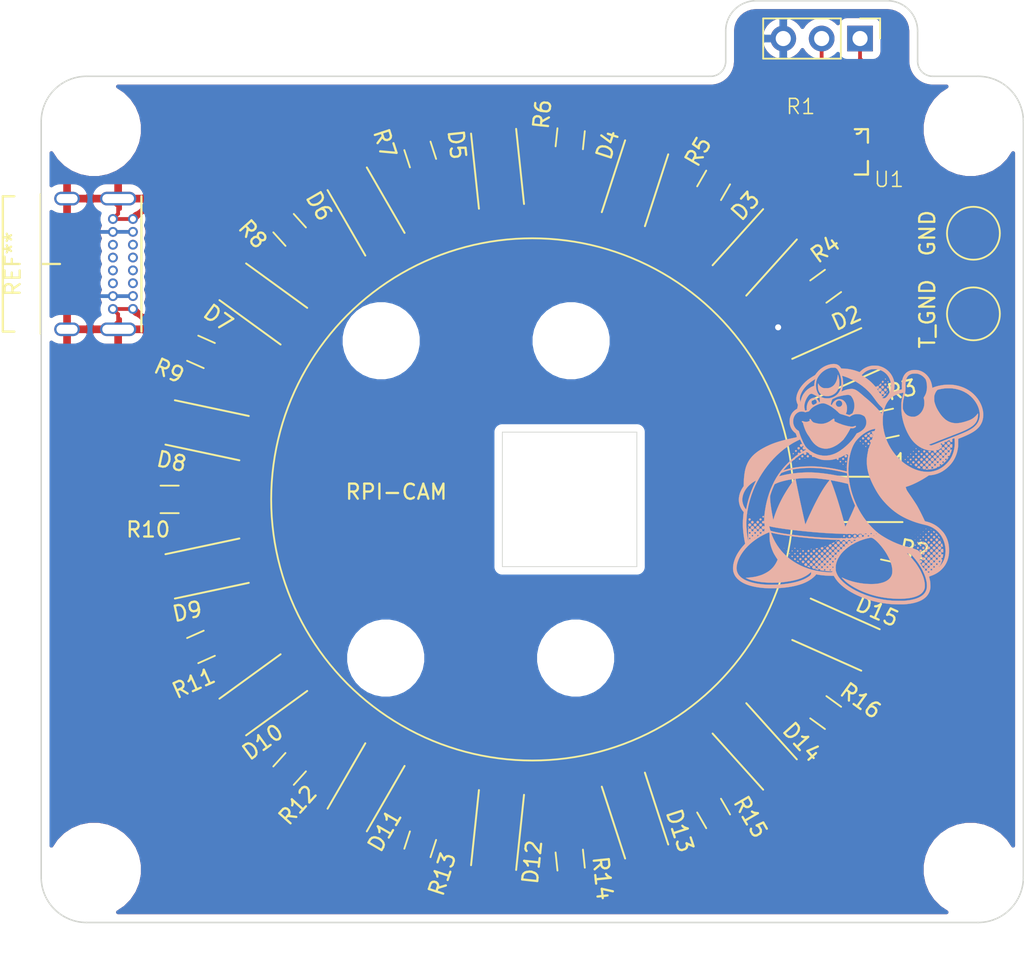
<source format=kicad_pcb>
(kicad_pcb (version 20171130) (host pcbnew "(5.1.5-0-10_14)")
  (title_block (title LightCap) (date 2021-03-23) (rev 0) (company Chadwick))
  (layers (0 F.Cu signal) (31 B.Cu signal) (34 B.Paste user) (35 F.Paste user) (36 B.SilkS user) (37 F.SilkS user) (38 B.Mask user) (39 F.Mask user) (44 Edge.Cuts user))
  (net 0 "")
  (net 1 "Net-(D1-PadC)")
  (net 2 Vin)
  (net 3 "Net-(D2-PadC)")
  (net 4 "Net-(D3-PadC)")
  (net 5 "Net-(D4-PadC)")
  (net 6 "Net-(D5-PadC)")
  (net 7 "Net-(D6-PadC)")
  (net 8 "Net-(D7-PadC)")
  (net 9 "Net-(D8-PadC)")
  (net 10 "Net-(D9-PadC)")
  (net 11 "Net-(D10-PadC)")
  (net 12 "Net-(D11-PadC)")
  (net 13 "Net-(D12-PadC)")
  (net 14 "Net-(D13-PadC)")
  (net 15 "Net-(D14-PadC)")
  (net 16 "Net-(D15-PadC)")
  (net 17 "Net-(R1-Pad2)")
  (net 18 switch)
  (net 19 "Net-(R10-Pad2)")
  (net 20 GND)
  (module GRAPHICS:DEDEDE-small (layer B.Cu) (at 84 57 180)
    (fp_text reference G*** hide)
    (fp_text value LOGO hide)
  )
  (module TestPoint:TestPoint_Pad_D3.0mm (layer F.Cu) (at 91.694 45.72 90)
    (fp_text reference T_GND (at 0 -3.048 90) (layer F.SilkS))
    (fp_text value TestPoint_Pad_D3.0mm hide)
    (pad 1 smd circle (at 0 0 90) (size 3 3) (layers F.Cu F.Mask) (net 19 "Net-(R10-Pad2)"))
  )
  (module TestPoint:TestPoint_Pad_D3.0mm (layer F.Cu) (at 91.694 40.386)
    (fp_text reference GND (at -3.048 0 90) (layer F.SilkS))
    (fp_text value TestPoint_Pad_D3.0mm hide)
    (pad 1 smd circle (at 0 0) (size 3 3) (layers F.Cu F.Mask) (net 20 GND))
  )
  (module BJT:SOT95P240X110-3N (layer F.Cu) (at 84 35)
    (fp_text reference U1 (at 2.106 1.83) (layer F.SilkS) (effects (font (thickness 0.1))))
    (fp_text value DSS20201L-7 hide)
    (pad 3 smd rect (at 1.016 0) (size 1.3208 0.5588) (layers F.Cu F.Paste F.Mask) (net 20 GND))
    (pad 2 smd rect (at -1.016 0.9652) (size 1.3208 0.5588) (layers F.Cu F.Paste F.Mask) (net 19 "Net-(R10-Pad2)"))
    (pad 1 smd rect (at -1.016 -0.9652) (size 1.3208 0.5588) (layers F.Cu F.Paste F.Mask) (net 17 "Net-(R1-Pad2)"))
  )
  (module BJT_R:RESC1608X55N (layer F.Cu) (at 83 32 180)
    (fp_text reference R1 (at 2.736 -0.004) (layer F.SilkS) (effects (font (thickness 0.1))))
    (fp_text value ERJ-3EKF3000V hide)
    (pad 2 smd rect (at 0.8 0 180) (size 0.87 0.98) (layers F.Cu F.Paste F.Mask) (net 17 "Net-(R1-Pad2)"))
    (pad 1 smd rect (at -0.8 0 180) (size 0.87 0.98) (layers F.Cu F.Paste F.Mask) (net 18 switch))
  )
  (module LED_SAMS:LED_SPMWHT541MP5WAPKS4 (layer F.Cu) (at 82.598 66.948206 156)
    (fp_text reference D15 (at -1.868525 2.508684 156) (layer F.SilkS))
    (fp_text value SPMWHT541ML5XATMS6)
    (fp_poly (pts (xy 1.25 -0.91) (xy 1.54 -1.2) (xy 2.26 -1.2) (xy 2.37 -1.1) (xy 2.9 -1.1) (xy 2.9 -0.3) (xy 2.26 -0.3) (xy 2.26 0.3) (xy 2.9 0.3) (xy 2.9 1.1) (xy 2.37 1.1) (xy 2.26 1.2) (xy 1.54 1.2) (xy 1.25 0.91)) (layer F.Cu) (width 0.01))
    (fp_poly (pts (xy 0.75 -0.91) (xy 0.46 -1.2) (xy -2.26 -1.2) (xy -2.37 -1.1) (xy -2.9 -1.1) (xy -2.9 -0.3) (xy -2.26 -0.3) (xy -2.26 0.3) (xy -2.9 0.3) (xy -2.9 1.1) (xy -2.37 1.1) (xy -2.26 1.2) (xy 0.46 1.2) (xy 0.75 0.91)) (layer F.Cu) (width 0.01))
    (fp_poly (pts (xy 1.25 -0.91) (xy 1.54 -1.2) (xy 2.26 -1.2) (xy 2.37 -1.1) (xy 2.9 -1.1) (xy 2.9 -0.3) (xy 2.26 -0.3) (xy 2.26 0.3) (xy 2.9 0.3) (xy 2.9 1.1) (xy 2.37 1.1) (xy 2.26 1.2) (xy 1.54 1.2) (xy 1.25 0.91)) (layer F.Cu) (width 0.001))
    (fp_poly (pts (xy 0.75 -0.91) (xy 0.46 -1.2) (xy -2.26 -1.2) (xy -2.37 -1.1) (xy -2.9 -1.1) (xy -2.9 -0.3) (xy -2.26 -0.3) (xy -2.26 0.3) (xy -2.9 0.3) (xy -2.9 1.1) (xy -2.37 1.1) (xy -2.26 1.2) (xy 0.46 1.2) (xy 0.75 0.91)) (layer F.Cu) (width 0.001))
    (pad C smd rect (at 0.3 0 156) (size 0.8 0.8) (layers F.Cu) (net 16 "Net-(D15-PadC)"))
    (pad A smd rect (at 1.7 0 156) (size 0.8 0.8) (layers F.Cu) (net 2 Vin))
  )
  (module LED_SAMS:LED_SPMWHT541MP5WAPKS4 (layer F.Cu) (at 77.220873 74.349186 132)
    (fp_text reference D14 (at -1.868525 2.508683 132) (layer F.SilkS))
    (fp_text value SPMWHT541ML5XATMS6)
    (fp_poly (pts (xy 1.25 -0.91) (xy 1.54 -1.2) (xy 2.26 -1.2) (xy 2.37 -1.1) (xy 2.9 -1.1) (xy 2.9 -0.3) (xy 2.26 -0.3) (xy 2.26 0.3) (xy 2.9 0.3) (xy 2.9 1.1) (xy 2.37 1.1) (xy 2.26 1.2) (xy 1.54 1.2) (xy 1.25 0.91)) (layer F.Cu) (width 0.01))
    (fp_poly (pts (xy 0.75 -0.91) (xy 0.46 -1.2) (xy -2.26 -1.2) (xy -2.37 -1.1) (xy -2.9 -1.1) (xy -2.9 -0.3) (xy -2.26 -0.3) (xy -2.26 0.3) (xy -2.9 0.3) (xy -2.9 1.1) (xy -2.37 1.1) (xy -2.26 1.2) (xy 0.46 1.2) (xy 0.75 0.91)) (layer F.Cu) (width 0.01))
    (fp_poly (pts (xy 1.25 -0.91) (xy 1.54 -1.2) (xy 2.26 -1.2) (xy 2.37 -1.1) (xy 2.9 -1.1) (xy 2.9 -0.3) (xy 2.26 -0.3) (xy 2.26 0.3) (xy 2.9 0.3) (xy 2.9 1.1) (xy 2.37 1.1) (xy 2.26 1.2) (xy 1.54 1.2) (xy 1.25 0.91)) (layer F.Cu) (width 0.001))
    (fp_poly (pts (xy 0.75 -0.91) (xy 0.46 -1.2) (xy -2.26 -1.2) (xy -2.37 -1.1) (xy -2.9 -1.1) (xy -2.9 -0.3) (xy -2.26 -0.3) (xy -2.26 0.3) (xy -2.9 0.3) (xy -2.9 1.1) (xy -2.37 1.1) (xy -2.26 1.2) (xy 0.46 1.2) (xy 0.75 0.91)) (layer F.Cu) (width 0.001))
    (pad C smd rect (at 0.3 0 132) (size 0.8 0.8) (layers F.Cu) (net 15 "Net-(D14-PadC)"))
    (pad A smd rect (at 1.7 0 132) (size 0.8 0.8) (layers F.Cu) (net 2 Vin))
  )
  (module LED_SAMS:LED_SPMWHT541MP5WAPKS4 (layer F.Cu) (at 69.298373 78.923243 108)
    (fp_text reference D13 (at -1.868525 2.508684 108) (layer F.SilkS))
    (fp_text value SPMWHT541ML5XATMS6)
    (fp_poly (pts (xy 1.25 -0.91) (xy 1.54 -1.2) (xy 2.26 -1.2) (xy 2.37 -1.1) (xy 2.9 -1.1) (xy 2.9 -0.3) (xy 2.26 -0.3) (xy 2.26 0.3) (xy 2.9 0.3) (xy 2.9 1.1) (xy 2.37 1.1) (xy 2.26 1.2) (xy 1.54 1.2) (xy 1.25 0.91)) (layer F.Cu) (width 0.01))
    (fp_poly (pts (xy 0.75 -0.91) (xy 0.46 -1.2) (xy -2.26 -1.2) (xy -2.37 -1.1) (xy -2.9 -1.1) (xy -2.9 -0.3) (xy -2.26 -0.3) (xy -2.26 0.3) (xy -2.9 0.3) (xy -2.9 1.1) (xy -2.37 1.1) (xy -2.26 1.2) (xy 0.46 1.2) (xy 0.75 0.91)) (layer F.Cu) (width 0.01))
    (fp_poly (pts (xy 1.25 -0.91) (xy 1.54 -1.2) (xy 2.26 -1.2) (xy 2.37 -1.1) (xy 2.9 -1.1) (xy 2.9 -0.3) (xy 2.26 -0.3) (xy 2.26 0.3) (xy 2.9 0.3) (xy 2.9 1.1) (xy 2.37 1.1) (xy 2.26 1.2) (xy 1.54 1.2) (xy 1.25 0.91)) (layer F.Cu) (width 0.001))
    (fp_poly (pts (xy 0.75 -0.91) (xy 0.46 -1.2) (xy -2.26 -1.2) (xy -2.37 -1.1) (xy -2.9 -1.1) (xy -2.9 -0.3) (xy -2.26 -0.3) (xy -2.26 0.3) (xy -2.9 0.3) (xy -2.9 1.1) (xy -2.37 1.1) (xy -2.26 1.2) (xy 0.46 1.2) (xy 0.75 0.91)) (layer F.Cu) (width 0.001))
    (pad C smd rect (at 0.3 0 108) (size 0.8 0.8) (layers F.Cu) (net 14 "Net-(D13-PadC)"))
    (pad A smd rect (at 1.7 0 108) (size 0.8 0.8) (layers F.Cu) (net 2 Vin))
  )
  (module LED_SAMS:LED_SPMWHT541MP5WAPKS4 (layer F.Cu) (at 60.200374 79.879481 84)
    (fp_text reference D12 (at -1.868526 2.508683 84) (layer F.SilkS))
    (fp_text value SPMWHT541ML5XATMS6)
    (fp_poly (pts (xy 1.25 -0.91) (xy 1.54 -1.2) (xy 2.26 -1.2) (xy 2.37 -1.1) (xy 2.9 -1.1) (xy 2.9 -0.3) (xy 2.26 -0.3) (xy 2.26 0.3) (xy 2.9 0.3) (xy 2.9 1.1) (xy 2.37 1.1) (xy 2.26 1.2) (xy 1.54 1.2) (xy 1.25 0.91)) (layer F.Cu) (width 0.01))
    (fp_poly (pts (xy 0.75 -0.91) (xy 0.46 -1.2) (xy -2.26 -1.2) (xy -2.37 -1.1) (xy -2.9 -1.1) (xy -2.9 -0.3) (xy -2.26 -0.3) (xy -2.26 0.3) (xy -2.9 0.3) (xy -2.9 1.1) (xy -2.37 1.1) (xy -2.26 1.2) (xy 0.46 1.2) (xy 0.75 0.91)) (layer F.Cu) (width 0.01))
    (fp_poly (pts (xy 1.25 -0.91) (xy 1.54 -1.2) (xy 2.26 -1.2) (xy 2.37 -1.1) (xy 2.9 -1.1) (xy 2.9 -0.3) (xy 2.26 -0.3) (xy 2.26 0.3) (xy 2.9 0.3) (xy 2.9 1.1) (xy 2.37 1.1) (xy 2.26 1.2) (xy 1.54 1.2) (xy 1.25 0.91)) (layer F.Cu) (width 0.001))
    (fp_poly (pts (xy 0.75 -0.91) (xy 0.46 -1.2) (xy -2.26 -1.2) (xy -2.37 -1.1) (xy -2.9 -1.1) (xy -2.9 -0.3) (xy -2.26 -0.3) (xy -2.26 0.3) (xy -2.9 0.3) (xy -2.9 1.1) (xy -2.37 1.1) (xy -2.26 1.2) (xy 0.46 1.2) (xy 0.75 0.91)) (layer F.Cu) (width 0.001))
    (pad C smd rect (at 0.3 0 84) (size 0.8 0.8) (layers F.Cu) (net 13 "Net-(D12-PadC)"))
    (pad A smd rect (at 1.7 0 84) (size 0.8 0.8) (layers F.Cu) (net 2 Vin))
  )
  (module LED_SAMS:LED_SPMWHT541MP5WAPKS4 (layer F.Cu) (at 51.5 77.052558 60)
    (fp_text reference D11 (at -1.868525 2.508683 60) (layer F.SilkS))
    (fp_text value SPMWHT541ML5XATMS6)
    (fp_poly (pts (xy 1.25 -0.91) (xy 1.54 -1.2) (xy 2.26 -1.2) (xy 2.37 -1.1) (xy 2.9 -1.1) (xy 2.9 -0.3) (xy 2.26 -0.3) (xy 2.26 0.3) (xy 2.9 0.3) (xy 2.9 1.1) (xy 2.37 1.1) (xy 2.26 1.2) (xy 1.54 1.2) (xy 1.25 0.91)) (layer F.Cu) (width 0.01))
    (fp_poly (pts (xy 0.75 -0.91) (xy 0.46 -1.2) (xy -2.26 -1.2) (xy -2.37 -1.1) (xy -2.9 -1.1) (xy -2.9 -0.3) (xy -2.26 -0.3) (xy -2.26 0.3) (xy -2.9 0.3) (xy -2.9 1.1) (xy -2.37 1.1) (xy -2.26 1.2) (xy 0.46 1.2) (xy 0.75 0.91)) (layer F.Cu) (width 0.01))
    (fp_poly (pts (xy 1.25 -0.91) (xy 1.54 -1.2) (xy 2.26 -1.2) (xy 2.37 -1.1) (xy 2.9 -1.1) (xy 2.9 -0.3) (xy 2.26 -0.3) (xy 2.26 0.3) (xy 2.9 0.3) (xy 2.9 1.1) (xy 2.37 1.1) (xy 2.26 1.2) (xy 1.54 1.2) (xy 1.25 0.91)) (layer F.Cu) (width 0.001))
    (fp_poly (pts (xy 0.75 -0.91) (xy 0.46 -1.2) (xy -2.26 -1.2) (xy -2.37 -1.1) (xy -2.9 -1.1) (xy -2.9 -0.3) (xy -2.26 -0.3) (xy -2.26 0.3) (xy -2.9 0.3) (xy -2.9 1.1) (xy -2.37 1.1) (xy -2.26 1.2) (xy 0.46 1.2) (xy 0.75 0.91)) (layer F.Cu) (width 0.001))
    (pad C smd rect (at 0.3 0 60) (size 0.8 0.8) (layers F.Cu) (net 12 "Net-(D11-PadC)"))
    (pad A smd rect (at 1.7 0 60) (size 0.8 0.8) (layers F.Cu) (net 2 Vin))
  )
  (module LED_SAMS:LED_SPMWHT541MP5WAPKS4 (layer F.Cu) (at 44.701627 70.931275 36)
    (fp_text reference D10 (at -1.868526 2.508683 36) (layer F.SilkS))
    (fp_text value SPMWHT541ML5XATMS6)
    (fp_poly (pts (xy 1.25 -0.91) (xy 1.54 -1.2) (xy 2.26 -1.2) (xy 2.37 -1.1) (xy 2.9 -1.1) (xy 2.9 -0.3) (xy 2.26 -0.3) (xy 2.26 0.3) (xy 2.9 0.3) (xy 2.9 1.1) (xy 2.37 1.1) (xy 2.26 1.2) (xy 1.54 1.2) (xy 1.25 0.91)) (layer F.Cu) (width 0.01))
    (fp_poly (pts (xy 0.75 -0.91) (xy 0.46 -1.2) (xy -2.26 -1.2) (xy -2.37 -1.1) (xy -2.9 -1.1) (xy -2.9 -0.3) (xy -2.26 -0.3) (xy -2.26 0.3) (xy -2.9 0.3) (xy -2.9 1.1) (xy -2.37 1.1) (xy -2.26 1.2) (xy 0.46 1.2) (xy 0.75 0.91)) (layer F.Cu) (width 0.01))
    (fp_poly (pts (xy 1.25 -0.91) (xy 1.54 -1.2) (xy 2.26 -1.2) (xy 2.37 -1.1) (xy 2.9 -1.1) (xy 2.9 -0.3) (xy 2.26 -0.3) (xy 2.26 0.3) (xy 2.9 0.3) (xy 2.9 1.1) (xy 2.37 1.1) (xy 2.26 1.2) (xy 1.54 1.2) (xy 1.25 0.91)) (layer F.Cu) (width 0.001))
    (fp_poly (pts (xy 0.75 -0.91) (xy 0.46 -1.2) (xy -2.26 -1.2) (xy -2.37 -1.1) (xy -2.9 -1.1) (xy -2.9 -0.3) (xy -2.26 -0.3) (xy -2.26 0.3) (xy -2.9 0.3) (xy -2.9 1.1) (xy -2.37 1.1) (xy -2.26 1.2) (xy 0.46 1.2) (xy 0.75 0.91)) (layer F.Cu) (width 0.001))
    (pad C smd rect (at 0.3 0 36) (size 0.8 0.8) (layers F.Cu) (net 11 "Net-(D10-PadC)"))
    (pad A smd rect (at 1.7 0 36) (size 0.8 0.8) (layers F.Cu) (net 2 Vin))
  )
  (module LED_SAMS:LED_SPMWHT541MP5WAPKS4 (layer F.Cu) (at 40.980753 62.574057 12)
    (fp_text reference D9 (at -1.868525 2.508683 12) (layer F.SilkS))
    (fp_text value SPMWHT541ML5XATMS6)
    (fp_poly (pts (xy 1.25 -0.91) (xy 1.54 -1.2) (xy 2.26 -1.2) (xy 2.37 -1.1) (xy 2.9 -1.1) (xy 2.9 -0.3) (xy 2.26 -0.3) (xy 2.26 0.3) (xy 2.9 0.3) (xy 2.9 1.1) (xy 2.37 1.1) (xy 2.26 1.2) (xy 1.54 1.2) (xy 1.25 0.91)) (layer F.Cu) (width 0.01))
    (fp_poly (pts (xy 0.75 -0.91) (xy 0.46 -1.2) (xy -2.26 -1.2) (xy -2.37 -1.1) (xy -2.9 -1.1) (xy -2.9 -0.3) (xy -2.26 -0.3) (xy -2.26 0.3) (xy -2.9 0.3) (xy -2.9 1.1) (xy -2.37 1.1) (xy -2.26 1.2) (xy 0.46 1.2) (xy 0.75 0.91)) (layer F.Cu) (width 0.01))
    (fp_poly (pts (xy 1.25 -0.91) (xy 1.54 -1.2) (xy 2.26 -1.2) (xy 2.37 -1.1) (xy 2.9 -1.1) (xy 2.9 -0.3) (xy 2.26 -0.3) (xy 2.26 0.3) (xy 2.9 0.3) (xy 2.9 1.1) (xy 2.37 1.1) (xy 2.26 1.2) (xy 1.54 1.2) (xy 1.25 0.91)) (layer F.Cu) (width 0.001))
    (fp_poly (pts (xy 0.75 -0.91) (xy 0.46 -1.2) (xy -2.26 -1.2) (xy -2.37 -1.1) (xy -2.9 -1.1) (xy -2.9 -0.3) (xy -2.26 -0.3) (xy -2.26 0.3) (xy -2.9 0.3) (xy -2.9 1.1) (xy -2.37 1.1) (xy -2.26 1.2) (xy 0.46 1.2) (xy 0.75 0.91)) (layer F.Cu) (width 0.001))
    (pad C smd rect (at 0.3 0 12) (size 0.8 0.8) (layers F.Cu) (net 10 "Net-(D9-PadC)"))
    (pad A smd rect (at 1.7 0 12) (size 0.8 0.8) (layers F.Cu) (net 2 Vin))
  )
  (module LED_SAMS:LED_SPMWHT541MP5WAPKS4 (layer F.Cu) (at 40.980753 53.425943 348)
    (fp_text reference D8 (at -1.868525 2.508683 168) (layer F.SilkS))
    (fp_text value SPMWHT541ML5XATMS6)
    (fp_poly (pts (xy 1.25 -0.91) (xy 1.54 -1.2) (xy 2.26 -1.2) (xy 2.37 -1.1) (xy 2.9 -1.1) (xy 2.9 -0.3) (xy 2.26 -0.3) (xy 2.26 0.3) (xy 2.9 0.3) (xy 2.9 1.1) (xy 2.37 1.1) (xy 2.26 1.2) (xy 1.54 1.2) (xy 1.25 0.91)) (layer F.Cu) (width 0.01))
    (fp_poly (pts (xy 0.75 -0.91) (xy 0.46 -1.2) (xy -2.26 -1.2) (xy -2.37 -1.1) (xy -2.9 -1.1) (xy -2.9 -0.3) (xy -2.26 -0.3) (xy -2.26 0.3) (xy -2.9 0.3) (xy -2.9 1.1) (xy -2.37 1.1) (xy -2.26 1.2) (xy 0.46 1.2) (xy 0.75 0.91)) (layer F.Cu) (width 0.01))
    (fp_poly (pts (xy 1.25 -0.91) (xy 1.54 -1.2) (xy 2.26 -1.2) (xy 2.37 -1.1) (xy 2.9 -1.1) (xy 2.9 -0.3) (xy 2.26 -0.3) (xy 2.26 0.3) (xy 2.9 0.3) (xy 2.9 1.1) (xy 2.37 1.1) (xy 2.26 1.2) (xy 1.54 1.2) (xy 1.25 0.91)) (layer F.Cu) (width 0.001))
    (fp_poly (pts (xy 0.75 -0.91) (xy 0.46 -1.2) (xy -2.26 -1.2) (xy -2.37 -1.1) (xy -2.9 -1.1) (xy -2.9 -0.3) (xy -2.26 -0.3) (xy -2.26 0.3) (xy -2.9 0.3) (xy -2.9 1.1) (xy -2.37 1.1) (xy -2.26 1.2) (xy 0.46 1.2) (xy 0.75 0.91)) (layer F.Cu) (width 0.001))
    (pad C smd rect (at 0.3 0 348) (size 0.8 0.8) (layers F.Cu) (net 9 "Net-(D8-PadC)"))
    (pad A smd rect (at 1.7 0 348) (size 0.8 0.8) (layers F.Cu) (net 2 Vin))
  )
  (module LED_SAMS:LED_SPMWHT541MP5WAPKS4 (layer F.Cu) (at 44.701627 45.068725 324)
    (fp_text reference D7 (at -1.868525 2.508684 144) (layer F.SilkS))
    (fp_text value SPMWHT541ML5XATMS6)
    (fp_poly (pts (xy 1.25 -0.91) (xy 1.54 -1.2) (xy 2.26 -1.2) (xy 2.37 -1.1) (xy 2.9 -1.1) (xy 2.9 -0.3) (xy 2.26 -0.3) (xy 2.26 0.3) (xy 2.9 0.3) (xy 2.9 1.1) (xy 2.37 1.1) (xy 2.26 1.2) (xy 1.54 1.2) (xy 1.25 0.91)) (layer F.Cu) (width 0.01))
    (fp_poly (pts (xy 0.75 -0.91) (xy 0.46 -1.2) (xy -2.26 -1.2) (xy -2.37 -1.1) (xy -2.9 -1.1) (xy -2.9 -0.3) (xy -2.26 -0.3) (xy -2.26 0.3) (xy -2.9 0.3) (xy -2.9 1.1) (xy -2.37 1.1) (xy -2.26 1.2) (xy 0.46 1.2) (xy 0.75 0.91)) (layer F.Cu) (width 0.01))
    (fp_poly (pts (xy 1.25 -0.91) (xy 1.54 -1.2) (xy 2.26 -1.2) (xy 2.37 -1.1) (xy 2.9 -1.1) (xy 2.9 -0.3) (xy 2.26 -0.3) (xy 2.26 0.3) (xy 2.9 0.3) (xy 2.9 1.1) (xy 2.37 1.1) (xy 2.26 1.2) (xy 1.54 1.2) (xy 1.25 0.91)) (layer F.Cu) (width 0.001))
    (fp_poly (pts (xy 0.75 -0.91) (xy 0.46 -1.2) (xy -2.26 -1.2) (xy -2.37 -1.1) (xy -2.9 -1.1) (xy -2.9 -0.3) (xy -2.26 -0.3) (xy -2.26 0.3) (xy -2.9 0.3) (xy -2.9 1.1) (xy -2.37 1.1) (xy -2.26 1.2) (xy 0.46 1.2) (xy 0.75 0.91)) (layer F.Cu) (width 0.001))
    (pad C smd rect (at 0.3 0 324) (size 0.8 0.8) (layers F.Cu) (net 8 "Net-(D7-PadC)"))
    (pad A smd rect (at 1.7 0 324) (size 0.8 0.8) (layers F.Cu) (net 2 Vin))
  )
  (module LED_SAMS:LED_SPMWHT541MP5WAPKS4 (layer F.Cu) (at 51.500001 38.947442 300)
    (fp_text reference D6 (at -1.868526 2.508684 120) (layer F.SilkS))
    (fp_text value SPMWHT541ML5XATMS6)
    (fp_poly (pts (xy 1.25 -0.91) (xy 1.54 -1.2) (xy 2.26 -1.2) (xy 2.37 -1.1) (xy 2.9 -1.1) (xy 2.9 -0.3) (xy 2.26 -0.3) (xy 2.26 0.3) (xy 2.9 0.3) (xy 2.9 1.1) (xy 2.37 1.1) (xy 2.26 1.2) (xy 1.54 1.2) (xy 1.25 0.91)) (layer F.Cu) (width 0.01))
    (fp_poly (pts (xy 0.75 -0.91) (xy 0.46 -1.2) (xy -2.26 -1.2) (xy -2.37 -1.1) (xy -2.9 -1.1) (xy -2.9 -0.3) (xy -2.26 -0.3) (xy -2.26 0.3) (xy -2.9 0.3) (xy -2.9 1.1) (xy -2.37 1.1) (xy -2.26 1.2) (xy 0.46 1.2) (xy 0.75 0.91)) (layer F.Cu) (width 0.01))
    (fp_poly (pts (xy 1.25 -0.91) (xy 1.54 -1.2) (xy 2.26 -1.2) (xy 2.37 -1.1) (xy 2.9 -1.1) (xy 2.9 -0.3) (xy 2.26 -0.3) (xy 2.26 0.3) (xy 2.9 0.3) (xy 2.9 1.1) (xy 2.37 1.1) (xy 2.26 1.2) (xy 1.54 1.2) (xy 1.25 0.91)) (layer F.Cu) (width 0.001))
    (fp_poly (pts (xy 0.75 -0.91) (xy 0.46 -1.2) (xy -2.26 -1.2) (xy -2.37 -1.1) (xy -2.9 -1.1) (xy -2.9 -0.3) (xy -2.26 -0.3) (xy -2.26 0.3) (xy -2.9 0.3) (xy -2.9 1.1) (xy -2.37 1.1) (xy -2.26 1.2) (xy 0.46 1.2) (xy 0.75 0.91)) (layer F.Cu) (width 0.001))
    (pad C smd rect (at 0.3 0 300) (size 0.8 0.8) (layers F.Cu) (net 7 "Net-(D6-PadC)"))
    (pad A smd rect (at 1.7 0 300) (size 0.8 0.8) (layers F.Cu) (net 2 Vin))
  )
  (module LED_SAMS:LED_SPMWHT541MP5WAPKS4 (layer F.Cu) (at 60.200374 36.120519 276)
    (fp_text reference D5 (at -1.868526 2.508683 96) (layer F.SilkS))
    (fp_text value SPMWHT541ML5XATMS6)
    (fp_poly (pts (xy 1.25 -0.91) (xy 1.54 -1.2) (xy 2.26 -1.2) (xy 2.37 -1.1) (xy 2.9 -1.1) (xy 2.9 -0.3) (xy 2.26 -0.3) (xy 2.26 0.3) (xy 2.9 0.3) (xy 2.9 1.1) (xy 2.37 1.1) (xy 2.26 1.2) (xy 1.54 1.2) (xy 1.25 0.91)) (layer F.Cu) (width 0.01))
    (fp_poly (pts (xy 0.75 -0.91) (xy 0.46 -1.2) (xy -2.26 -1.2) (xy -2.37 -1.1) (xy -2.9 -1.1) (xy -2.9 -0.3) (xy -2.26 -0.3) (xy -2.26 0.3) (xy -2.9 0.3) (xy -2.9 1.1) (xy -2.37 1.1) (xy -2.26 1.2) (xy 0.46 1.2) (xy 0.75 0.91)) (layer F.Cu) (width 0.01))
    (fp_poly (pts (xy 1.25 -0.91) (xy 1.54 -1.2) (xy 2.26 -1.2) (xy 2.37 -1.1) (xy 2.9 -1.1) (xy 2.9 -0.3) (xy 2.26 -0.3) (xy 2.26 0.3) (xy 2.9 0.3) (xy 2.9 1.1) (xy 2.37 1.1) (xy 2.26 1.2) (xy 1.54 1.2) (xy 1.25 0.91)) (layer F.Cu) (width 0.001))
    (fp_poly (pts (xy 0.75 -0.91) (xy 0.46 -1.2) (xy -2.26 -1.2) (xy -2.37 -1.1) (xy -2.9 -1.1) (xy -2.9 -0.3) (xy -2.26 -0.3) (xy -2.26 0.3) (xy -2.9 0.3) (xy -2.9 1.1) (xy -2.37 1.1) (xy -2.26 1.2) (xy 0.46 1.2) (xy 0.75 0.91)) (layer F.Cu) (width 0.001))
    (pad C smd rect (at 0.3 0 276) (size 0.8 0.8) (layers F.Cu) (net 6 "Net-(D5-PadC)"))
    (pad A smd rect (at 1.7 0 276) (size 0.8 0.8) (layers F.Cu) (net 2 Vin))
  )
  (module LED_SAMS:LED_SPMWHT541MP5WAPKS4 (layer F.Cu) (at 69.298373 37.076757 252)
    (fp_text reference D4 (at -1.868526 2.508683 72) (layer F.SilkS))
    (fp_text value SPMWHT541ML5XATMS6)
    (fp_poly (pts (xy 1.25 -0.91) (xy 1.54 -1.2) (xy 2.26 -1.2) (xy 2.37 -1.1) (xy 2.9 -1.1) (xy 2.9 -0.3) (xy 2.26 -0.3) (xy 2.26 0.3) (xy 2.9 0.3) (xy 2.9 1.1) (xy 2.37 1.1) (xy 2.26 1.2) (xy 1.54 1.2) (xy 1.25 0.91)) (layer F.Cu) (width 0.01))
    (fp_poly (pts (xy 0.75 -0.91) (xy 0.46 -1.2) (xy -2.26 -1.2) (xy -2.37 -1.1) (xy -2.9 -1.1) (xy -2.9 -0.3) (xy -2.26 -0.3) (xy -2.26 0.3) (xy -2.9 0.3) (xy -2.9 1.1) (xy -2.37 1.1) (xy -2.26 1.2) (xy 0.46 1.2) (xy 0.75 0.91)) (layer F.Cu) (width 0.01))
    (fp_poly (pts (xy 1.25 -0.91) (xy 1.54 -1.2) (xy 2.26 -1.2) (xy 2.37 -1.1) (xy 2.9 -1.1) (xy 2.9 -0.3) (xy 2.26 -0.3) (xy 2.26 0.3) (xy 2.9 0.3) (xy 2.9 1.1) (xy 2.37 1.1) (xy 2.26 1.2) (xy 1.54 1.2) (xy 1.25 0.91)) (layer F.Cu) (width 0.001))
    (fp_poly (pts (xy 0.75 -0.91) (xy 0.46 -1.2) (xy -2.26 -1.2) (xy -2.37 -1.1) (xy -2.9 -1.1) (xy -2.9 -0.3) (xy -2.26 -0.3) (xy -2.26 0.3) (xy -2.9 0.3) (xy -2.9 1.1) (xy -2.37 1.1) (xy -2.26 1.2) (xy 0.46 1.2) (xy 0.75 0.91)) (layer F.Cu) (width 0.001))
    (pad C smd rect (at 0.3 0 252) (size 0.8 0.8) (layers F.Cu) (net 5 "Net-(D4-PadC)"))
    (pad A smd rect (at 1.7 0 252) (size 0.8 0.8) (layers F.Cu) (net 2 Vin))
  )
  (module LED_SAMS:LED_SPMWHT541MP5WAPKS4 (layer F.Cu) (at 77.220873 41.650814 228)
    (fp_text reference D3 (at -1.868525 2.508682 48) (layer F.SilkS))
    (fp_text value SPMWHT541ML5XATMS6)
    (fp_poly (pts (xy 1.25 -0.91) (xy 1.54 -1.2) (xy 2.26 -1.2) (xy 2.37 -1.1) (xy 2.9 -1.1) (xy 2.9 -0.3) (xy 2.26 -0.3) (xy 2.26 0.3) (xy 2.9 0.3) (xy 2.9 1.1) (xy 2.37 1.1) (xy 2.26 1.2) (xy 1.54 1.2) (xy 1.25 0.91)) (layer F.Cu) (width 0.01))
    (fp_poly (pts (xy 0.75 -0.91) (xy 0.46 -1.2) (xy -2.26 -1.2) (xy -2.37 -1.1) (xy -2.9 -1.1) (xy -2.9 -0.3) (xy -2.26 -0.3) (xy -2.26 0.3) (xy -2.9 0.3) (xy -2.9 1.1) (xy -2.37 1.1) (xy -2.26 1.2) (xy 0.46 1.2) (xy 0.75 0.91)) (layer F.Cu) (width 0.01))
    (fp_poly (pts (xy 1.25 -0.91) (xy 1.54 -1.2) (xy 2.26 -1.2) (xy 2.37 -1.1) (xy 2.9 -1.1) (xy 2.9 -0.3) (xy 2.26 -0.3) (xy 2.26 0.3) (xy 2.9 0.3) (xy 2.9 1.1) (xy 2.37 1.1) (xy 2.26 1.2) (xy 1.54 1.2) (xy 1.25 0.91)) (layer F.Cu) (width 0.001))
    (fp_poly (pts (xy 0.75 -0.91) (xy 0.46 -1.2) (xy -2.26 -1.2) (xy -2.37 -1.1) (xy -2.9 -1.1) (xy -2.9 -0.3) (xy -2.26 -0.3) (xy -2.26 0.3) (xy -2.9 0.3) (xy -2.9 1.1) (xy -2.37 1.1) (xy -2.26 1.2) (xy 0.46 1.2) (xy 0.75 0.91)) (layer F.Cu) (width 0.001))
    (pad C smd rect (at 0.3 0 228) (size 0.8 0.8) (layers F.Cu) (net 4 "Net-(D3-PadC)"))
    (pad A smd rect (at 1.7 0 228) (size 0.8 0.8) (layers F.Cu) (net 2 Vin))
  )
  (module LED_SAMS:LED_SPMWHT541MP5WAPKS4 (layer F.Cu) (at 82.598 49.051794 204)
    (fp_text reference D2 (at -1.868525 2.508683 24) (layer F.SilkS))
    (fp_text value SPMWHT541ML5XATMS6)
    (fp_poly (pts (xy 1.25 -0.91) (xy 1.54 -1.2) (xy 2.26 -1.2) (xy 2.37 -1.1) (xy 2.9 -1.1) (xy 2.9 -0.3) (xy 2.26 -0.3) (xy 2.26 0.3) (xy 2.9 0.3) (xy 2.9 1.1) (xy 2.37 1.1) (xy 2.26 1.2) (xy 1.54 1.2) (xy 1.25 0.91)) (layer F.Cu) (width 0.01))
    (fp_poly (pts (xy 0.75 -0.91) (xy 0.46 -1.2) (xy -2.26 -1.2) (xy -2.37 -1.1) (xy -2.9 -1.1) (xy -2.9 -0.3) (xy -2.26 -0.3) (xy -2.26 0.3) (xy -2.9 0.3) (xy -2.9 1.1) (xy -2.37 1.1) (xy -2.26 1.2) (xy 0.46 1.2) (xy 0.75 0.91)) (layer F.Cu) (width 0.01))
    (fp_poly (pts (xy 1.25 -0.91) (xy 1.54 -1.2) (xy 2.26 -1.2) (xy 2.37 -1.1) (xy 2.9 -1.1) (xy 2.9 -0.3) (xy 2.26 -0.3) (xy 2.26 0.3) (xy 2.9 0.3) (xy 2.9 1.1) (xy 2.37 1.1) (xy 2.26 1.2) (xy 1.54 1.2) (xy 1.25 0.91)) (layer F.Cu) (width 0.001))
    (fp_poly (pts (xy 0.75 -0.91) (xy 0.46 -1.2) (xy -2.26 -1.2) (xy -2.37 -1.1) (xy -2.9 -1.1) (xy -2.9 -0.3) (xy -2.26 -0.3) (xy -2.26 0.3) (xy -2.9 0.3) (xy -2.9 1.1) (xy -2.37 1.1) (xy -2.26 1.2) (xy 0.46 1.2) (xy 0.75 0.91)) (layer F.Cu) (width 0.001))
    (pad C smd rect (at 0.3 0 204) (size 0.8 0.8) (layers F.Cu) (net 3 "Net-(D2-PadC)"))
    (pad A smd rect (at 1.7 0 204) (size 0.8 0.8) (layers F.Cu) (net 2 Vin))
  )
  (module LED_SAMS:LED_SPMWHT541MP5WAPKS4 (layer F.Cu) (at 84.5 58 180)
    (fp_text reference D1 (at -1.868525 2.508683 180) (layer F.SilkS))
    (fp_text value SPMWHT541ML5XATMS6)
    (fp_poly (pts (xy 1.25 -0.91) (xy 1.54 -1.2) (xy 2.26 -1.2) (xy 2.37 -1.1) (xy 2.9 -1.1) (xy 2.9 -0.3) (xy 2.26 -0.3) (xy 2.26 0.3) (xy 2.9 0.3) (xy 2.9 1.1) (xy 2.37 1.1) (xy 2.26 1.2) (xy 1.54 1.2) (xy 1.25 0.91)) (layer F.Cu) (width 0.01))
    (fp_poly (pts (xy 0.75 -0.91) (xy 0.46 -1.2) (xy -2.26 -1.2) (xy -2.37 -1.1) (xy -2.9 -1.1) (xy -2.9 -0.3) (xy -2.26 -0.3) (xy -2.26 0.3) (xy -2.9 0.3) (xy -2.9 1.1) (xy -2.37 1.1) (xy -2.26 1.2) (xy 0.46 1.2) (xy 0.75 0.91)) (layer F.Cu) (width 0.01))
    (fp_poly (pts (xy 1.25 -0.91) (xy 1.54 -1.2) (xy 2.26 -1.2) (xy 2.37 -1.1) (xy 2.9 -1.1) (xy 2.9 -0.3) (xy 2.26 -0.3) (xy 2.26 0.3) (xy 2.9 0.3) (xy 2.9 1.1) (xy 2.37 1.1) (xy 2.26 1.2) (xy 1.54 1.2) (xy 1.25 0.91)) (layer F.Cu) (width 0.001))
    (fp_poly (pts (xy 0.75 -0.91) (xy 0.46 -1.2) (xy -2.26 -1.2) (xy -2.37 -1.1) (xy -2.9 -1.1) (xy -2.9 -0.3) (xy -2.26 -0.3) (xy -2.26 0.3) (xy -2.9 0.3) (xy -2.9 1.1) (xy -2.37 1.1) (xy -2.26 1.2) (xy 0.46 1.2) (xy 0.75 0.91)) (layer F.Cu) (width 0.001))
    (pad C smd rect (at 0.3 0 180) (size 0.8 0.8) (layers F.Cu) (net 1 "Net-(D1-PadC)"))
    (pad A smd rect (at 1.7 0 180) (size 0.8 0.8) (layers F.Cu) (net 2 Vin))
  )
  (module USB_C.pretty:USB_C_GCT_USB4085 (layer F.Cu) (at 29.972 42.418 270)
    (fp_text reference REF** (at 0 1.85 90) (layer F.SilkS))
    (fp_text value USB_C_USB4085)
    (pad A5 thru_hole circle (at -1.275 -6.1 270) (size 0.65 0.65) (drill 0.4) (layers *.Cu *.Mask))
    (pad A1 thru_hole circle (at -2.975 -6.1 270) (size 0.65 0.65) (drill 0.4) (layers *.Cu *.Mask) (net 19 "Net-(R10-Pad2)"))
    (pad A4 thru_hole circle (at -2.125 -6.1 270) (size 0.65 0.65) (drill 0.4) (layers *.Cu *.Mask) (net 2 Vin))
    (pad A6 thru_hole circle (at -0.425 -6.1 270) (size 0.65 0.65) (drill 0.4) (layers *.Cu *.Mask))
    (pad A7 thru_hole circle (at 0.425 -6.1 270) (size 0.65 0.65) (drill 0.4) (layers *.Cu *.Mask))
    (pad A8 thru_hole circle (at 1.275 -6.1 270) (size 0.65 0.65) (drill 0.4) (layers *.Cu *.Mask))
    (pad A9 thru_hole circle (at 2.125 -6.1 270) (size 0.65 0.65) (drill 0.4) (layers *.Cu *.Mask) (net 2 Vin))
    (pad A12 thru_hole circle (at 2.975 -6.1 270) (size 0.65 0.65) (drill 0.4) (layers *.Cu *.Mask) (net 19 "Net-(R10-Pad2)"))
    (pad B12 thru_hole circle (at -2.975 -4.775 270) (size 0.65 0.65) (drill 0.4) (layers *.Cu *.Mask) (net 19 "Net-(R10-Pad2)"))
    (pad B9 thru_hole circle (at -2.12 -4.775 270) (size 0.65 0.65) (drill 0.4) (layers *.Cu *.Mask) (net 2 Vin))
    (pad B8 thru_hole circle (at -1.27 -4.775 270) (size 0.65 0.65) (drill 0.4) (layers *.Cu *.Mask))
    (pad B7 thru_hole circle (at -0.42 -4.775 270) (size 0.65 0.65) (drill 0.4) (layers *.Cu *.Mask))
    (pad B6 thru_hole circle (at 0.43 -4.775 270) (size 0.65 0.65) (drill 0.4) (layers *.Cu *.Mask))
    (pad B5 thru_hole circle (at 1.28 -4.775 270) (size 0.65 0.65) (drill 0.4) (layers *.Cu *.Mask))
    (pad B4 thru_hole circle (at 2.13 -4.775 270) (size 0.65 0.65) (drill 0.4) (layers *.Cu *.Mask) (net 2 Vin))
    (pad B1 thru_hole circle (at 2.98 -4.775 270) (size 0.65 0.65) (drill 0.4) (layers *.Cu *.Mask) (net 19 "Net-(R10-Pad2)"))
    (pad S1 thru_hole oval (at -4.325 -5.12 270) (size 0.9 2.4) (drill oval 0.6 2.1) (layers *.Cu *.Mask) (net 19 "Net-(R10-Pad2)"))
    (pad S1 thru_hole oval (at 4.325 -5.12 270) (size 0.9 2.4) (drill oval 0.6 2.1) (layers *.Cu *.Mask) (net 19 "Net-(R10-Pad2)"))
    (pad S1 thru_hole oval (at -4.325 -1.74 270) (size 0.9 1.7) (drill oval 0.6 1.4) (layers *.Cu *.Mask) (net 19 "Net-(R10-Pad2)"))
    (pad S1 thru_hole oval (at 4.325 -1.74 270) (size 0.9 1.7) (drill oval 0.6 1.4) (layers *.Cu *.Mask) (net 19 "Net-(R10-Pad2)"))
  )
  (module Resistor_SMD:R_1206_3216Metric (layer F.Cu) (at 81.916407 72.106846 324)
    (fp_text reference R16 (at 1.421392 -2.000708 324) (layer F.SilkS))
    (fp_text value ERJ-PA2F36R0X)
    (pad 2 smd roundrect (at 1.4 0 324) (size 1.25 1.75) (layers F.Cu F.Paste F.Mask) (roundrect_rratio 0.2) (net 19 "Net-(R10-Pad2)"))
    (pad 1 smd roundrect (at -1.4 0 324) (size 1.25 1.75) (layers F.Cu F.Paste F.Mask) (roundrect_rratio 0.2) (net 16 "Net-(D15-PadC)"))
  )
  (module Resistor_SMD:R_1206_3216Metric (layer F.Cu) (at 74.5 78.784609 300)
    (fp_text reference R15 (at 1.421392 -2.000707 300) (layer F.SilkS))
    (fp_text value ERJ-PA2F36R0X)
    (pad 2 smd roundrect (at 1.4 0 300) (size 1.25 1.75) (layers F.Cu F.Paste F.Mask) (roundrect_rratio 0.2) (net 19 "Net-(R10-Pad2)"))
    (pad 1 smd roundrect (at -1.4 0 300) (size 1.25 1.75) (layers F.Cu F.Paste F.Mask) (roundrect_rratio 0.2) (net 15 "Net-(D14-PadC)"))
  )
  (module Resistor_SMD:R_1206_3216Metric (layer F.Cu) (at 65.008683 81.868525 276)
    (fp_text reference R14 (at 1.421392 -2.000706 276) (layer F.SilkS))
    (fp_text value ERJ-PA2F36R0X)
    (pad 2 smd roundrect (at 1.4 0 276) (size 1.25 1.75) (layers F.Cu F.Paste F.Mask) (roundrect_rratio 0.2) (net 19 "Net-(R10-Pad2)"))
    (pad 1 smd roundrect (at -1.4 0 276) (size 1.25 1.75) (layers F.Cu F.Paste F.Mask) (roundrect_rratio 0.2) (net 14 "Net-(D13-PadC)"))
  )
  (module Resistor_SMD:R_1206_3216Metric (layer F.Cu) (at 55.083593 80.825356 252)
    (fp_text reference R13 (at 1.421391 -2.000707 252) (layer F.SilkS))
    (fp_text value ERJ-PA2F36R0X)
    (pad 2 smd roundrect (at 1.4 0 252) (size 1.25 1.75) (layers F.Cu F.Paste F.Mask) (roundrect_rratio 0.2) (net 19 "Net-(R10-Pad2)"))
    (pad 1 smd roundrect (at -1.4 0 252) (size 1.25 1.75) (layers F.Cu F.Paste F.Mask) (roundrect_rratio 0.2) (net 13 "Net-(D12-PadC)"))
  )
  (module Resistor_SMD:R_1206_3216Metric (layer F.Cu) (at 46.440866 75.835475 228)
    (fp_text reference R12 (at 1.421393 -2.000707 228) (layer F.SilkS))
    (fp_text value ERJ-PA2F36R0X)
    (pad 2 smd roundrect (at 1.4 0 228) (size 1.25 1.75) (layers F.Cu F.Paste F.Mask) (roundrect_rratio 0.2) (net 19 "Net-(R10-Pad2)"))
    (pad 1 smd roundrect (at -1.4 0 228) (size 1.25 1.75) (layers F.Cu F.Paste F.Mask) (roundrect_rratio 0.2) (net 12 "Net-(D11-PadC)"))
  )
  (module Resistor_SMD:R_1206_3216Metric (layer F.Cu) (at 40.57491 67.761679 204)
    (fp_text reference R11 (at 1.421393 -2.000707 204) (layer F.SilkS))
    (fp_text value ERJ-PA2F36R0X)
    (pad 2 smd roundrect (at 1.4 0 204) (size 1.25 1.75) (layers F.Cu F.Paste F.Mask) (roundrect_rratio 0.2) (net 19 "Net-(R10-Pad2)"))
    (pad 1 smd roundrect (at -1.4 0 204) (size 1.25 1.75) (layers F.Cu F.Paste F.Mask) (roundrect_rratio 0.2) (net 11 "Net-(D10-PadC)"))
  )
  (module Resistor_SMD:R_1206_3216Metric (layer F.Cu) (at 38.5 58 180)
    (fp_text reference R10 (at 1.421392 -2.000706 180) (layer F.SilkS))
    (fp_text value ERJ-PA2F36R0X)
    (pad 2 smd roundrect (at 1.4 0 180) (size 1.25 1.75) (layers F.Cu F.Paste F.Mask) (roundrect_rratio 0.2) (net 19 "Net-(R10-Pad2)"))
    (pad 1 smd roundrect (at -1.4 0 180) (size 1.25 1.75) (layers F.Cu F.Paste F.Mask) (roundrect_rratio 0.2) (net 10 "Net-(D9-PadC)"))
  )
  (module Resistor_SMD:R_1206_3216Metric (layer F.Cu) (at 40.57491 48.238321 156)
    (fp_text reference R9 (at 1.421393 -2.000708 336) (layer F.SilkS))
    (fp_text value ERJ-PA2F36R0X)
    (pad 2 smd roundrect (at 1.4 0 156) (size 1.25 1.75) (layers F.Cu F.Paste F.Mask) (roundrect_rratio 0.2) (net 19 "Net-(R10-Pad2)"))
    (pad 1 smd roundrect (at -1.4 0 156) (size 1.25 1.75) (layers F.Cu F.Paste F.Mask) (roundrect_rratio 0.2) (net 9 "Net-(D8-PadC)"))
  )
  (module Resistor_SMD:R_1206_3216Metric (layer F.Cu) (at 46.440866 40.164525 132)
    (fp_text reference R8 (at 1.421392 -2.000707 312) (layer F.SilkS))
    (fp_text value ERJ-PA2F36R0X)
    (pad 2 smd roundrect (at 1.4 0 132) (size 1.25 1.75) (layers F.Cu F.Paste F.Mask) (roundrect_rratio 0.2) (net 19 "Net-(R10-Pad2)"))
    (pad 1 smd roundrect (at -1.4 0 132) (size 1.25 1.75) (layers F.Cu F.Paste F.Mask) (roundrect_rratio 0.2) (net 8 "Net-(D7-PadC)"))
  )
  (module Resistor_SMD:R_1206_3216Metric (layer F.Cu) (at 55.083593 35.174644 108)
    (fp_text reference R7 (at 1.421392 -2.000707 288) (layer F.SilkS))
    (fp_text value ERJ-PA2F36R0X)
    (pad 2 smd roundrect (at 1.4 0 108) (size 1.25 1.75) (layers F.Cu F.Paste F.Mask) (roundrect_rratio 0.2) (net 19 "Net-(R10-Pad2)"))
    (pad 1 smd roundrect (at -1.4 0 108) (size 1.25 1.75) (layers F.Cu F.Paste F.Mask) (roundrect_rratio 0.2) (net 7 "Net-(D6-PadC)"))
  )
  (module Resistor_SMD:R_1206_3216Metric (layer F.Cu) (at 65.008683 34.131475 84)
    (fp_text reference R6 (at 1.421392 -2.000707 264) (layer F.SilkS))
    (fp_text value ERJ-PA2F36R0X)
    (pad 2 smd roundrect (at 1.4 0 84) (size 1.25 1.75) (layers F.Cu F.Paste F.Mask) (roundrect_rratio 0.2) (net 19 "Net-(R10-Pad2)"))
    (pad 1 smd roundrect (at -1.4 0 84) (size 1.25 1.75) (layers F.Cu F.Paste F.Mask) (roundrect_rratio 0.2) (net 6 "Net-(D5-PadC)"))
  )
  (module Resistor_SMD:R_1206_3216Metric (layer F.Cu) (at 74.5 37.215391 60)
    (fp_text reference R5 (at 1.421391 -2.000708 240) (layer F.SilkS))
    (fp_text value ERJ-PA2F36R0X)
    (pad 2 smd roundrect (at 1.4 0 60) (size 1.25 1.75) (layers F.Cu F.Paste F.Mask) (roundrect_rratio 0.2) (net 19 "Net-(R10-Pad2)"))
    (pad 1 smd roundrect (at -1.4 0 60) (size 1.25 1.75) (layers F.Cu F.Paste F.Mask) (roundrect_rratio 0.2) (net 5 "Net-(D4-PadC)"))
  )
  (module Resistor_SMD:R_1206_3216Metric (layer F.Cu) (at 81.916407 43.893154 36)
    (fp_text reference R4 (at 1.421393 -2.000706 216) (layer F.SilkS))
    (fp_text value ERJ-PA2F36R0X)
    (pad 2 smd roundrect (at 1.4 0 36) (size 1.25 1.75) (layers F.Cu F.Paste F.Mask) (roundrect_rratio 0.2) (net 19 "Net-(R10-Pad2)"))
    (pad 1 smd roundrect (at -1.4 0 36) (size 1.25 1.75) (layers F.Cu F.Paste F.Mask) (roundrect_rratio 0.2) (net 4 "Net-(D3-PadC)"))
  )
  (module Resistor_SMD:R_1206_3216Metric (layer F.Cu) (at 85.975542 53.01012 12)
    (fp_text reference R3 (at 1.421392 -2.000707 192) (layer F.SilkS))
    (fp_text value ERJ-PA2F36R0X)
    (pad 2 smd roundrect (at 1.4 0 12) (size 1.25 1.75) (layers F.Cu F.Paste F.Mask) (roundrect_rratio 0.2) (net 19 "Net-(R10-Pad2)"))
    (pad 1 smd roundrect (at -1.4 0 12) (size 1.25 1.75) (layers F.Cu F.Paste F.Mask) (roundrect_rratio 0.2) (net 3 "Net-(D2-PadC)"))
  )
  (module Resistor_SMD:R_1206_3216Metric (layer F.Cu) (at 85.975542 62.98988 348)
    (fp_text reference R2 (at 1.421391 -2.000707 348) (layer F.SilkS))
    (fp_text value ERJ-PA2F36R0X)
    (pad 2 smd roundrect (at 1.4 0 348) (size 1.25 1.75) (layers F.Cu F.Paste F.Mask) (roundrect_rratio 0.2) (net 19 "Net-(R10-Pad2)"))
    (pad 1 smd roundrect (at -1.4 0 348) (size 1.25 1.75) (layers F.Cu F.Paste F.Mask) (roundrect_rratio 0.2) (net 1 "Net-(D1-PadC)"))
  )
  (module Connector_PinHeader_2.54mm:PinHeader_1x03_P2.54mm_Vertical (layer F.Cu) (at 84.19 27.5 270)
    (fp_text reference REF** hide)
    (fp_text value PinHeader_1x03_P2.54mm_Vertical hide)
    (pad 3 thru_hole oval (at 0 5.08 270) (size 1.7 1.7) (drill 1) (layers *.Cu *.Mask) (net 2 Vin))
    (pad 2 thru_hole oval (at 0 2.54 270) (size 1.7 1.7) (drill 1) (layers *.Cu *.Mask) (net 18 switch))
    (pad 1 thru_hole rect (at 0 0 270) (size 1.7 1.7) (drill 1) (layers *.Cu *.Mask) (net 20 GND))
  )
  (module MountingHole:MountingHole_2.2mm_M2_PiCam (layer F.Cu) (at 65.369 68.5)
    (fp_text reference REF** hide)
    (fp_text value MountingHole_2.2mm_M2_PiCam hide)
    (pad "" np_thru_hole circle (at 0 0) (size 2.2 2.2) (drill 2.2) (layers *.Cu *.Mask) (clearance 1.45))
  )
  (module MountingHole:MountingHole_2.2mm_M2_PiCam (layer F.Cu) (at 52.8 68.5)
    (fp_text reference REF** hide)
    (fp_text value MountingHole_2.2mm_M2_PiCam hide)
    (pad "" np_thru_hole circle (at 0 0) (size 2.2 2.2) (drill 2.2) (layers *.Cu *.Mask) (clearance 1.45))
  )
  (module MountingHole:MountingHole_2.2mm_M2_PiCam (layer F.Cu) (at 65.069 47.5)
    (fp_text reference REF** hide)
    (fp_text value MountingHole_2.2mm_M2_PiCam hide)
    (pad "" np_thru_hole circle (at 0 0) (size 2.2 2.2) (drill 2.2) (layers *.Cu *.Mask) (clearance 1.45))
  )
  (module MountingHole:MountingHole_2.2mm_M2_PiCam (layer F.Cu) (at 52.5 47.5)
    (fp_text reference REF** hide)
    (fp_text value MountingHole_2.2mm_M2_PiCam hide)
    (pad "" np_thru_hole circle (at 0 0) (size 2.2 2.2) (drill 2.2) (layers *.Cu *.Mask) (clearance 1.45))
  )
  (module MountingHole:MountingHole_2.7mm_M2.5_Pi (layer F.Cu) (at 33.5 33.5)
    (fp_text reference REF** hide)
    (fp_text value MountingHole_2.7mm_M2.5_Pi hide)
    (pad "" np_thru_hole circle (at 0 0) (size 2.7 2.7) (drill 2.7) (layers *.Cu *.Mask) (clearance 1.75))
  )
  (module MountingHole:MountingHole_2.7mm_M2.5_Pi (layer F.Cu) (at 33.5 82.5)
    (fp_text reference REF** hide)
    (fp_text value MountingHole_2.7mm_M2.5_Pi hide)
    (pad "" np_thru_hole circle (at 0 0) (size 2.7 2.7) (drill 2.7) (layers *.Cu *.Mask) (clearance 1.75))
  )
  (module MountingHole:MountingHole_2.7mm_M2.5_Pi (layer F.Cu) (at 91.5 82.5)
    (fp_text reference REF** hide)
    (fp_text value MountingHole_2.7mm_M2.5_Pi hide)
    (pad "" np_thru_hole circle (at 0 0) (size 2.7 2.7) (drill 2.7) (layers *.Cu *.Mask) (clearance 1.75))
  )
  (module MountingHole:MountingHole_2.7mm_M2.5_Pi (layer F.Cu) (at 91.5 33.5)
    (fp_text reference REF** hide)
    (fp_text value MountingHole_2.7mm_M2.5_Pi hide)
    (pad "" np_thru_hole circle (at 0 0) (size 2.7 2.7) (drill 2.7) (layers *.Cu *.Mask) (clearance 1.75))
  )
  (gr_arc (start 74.3 29) (end 74.246 30) (angle -93.09097) (layer Edge.Cuts) (width 0.1))
  (gr_arc (start 77.3 27) (end 77.3 25) (angle -90) (layer Edge.Cuts) (width 0.1))
  (gr_arc (start 89 29) (end 88 29) (angle -90) (layer Edge.Cuts) (width 0.1))
  (gr_arc (start 86 27) (end 88 27) (angle -90) (layer Edge.Cuts) (width 0.1))
  (gr_line (start 92 30) (end 89 30) (layer Edge.Cuts) (width 0.1))
  (gr_line (start 75.3 27) (end 75.3 29) (layer Edge.Cuts) (width 0.1))
  (gr_line (start 86 25) (end 77.3 25) (layer Edge.Cuts) (width 0.1))
  (gr_line (start 88 29) (end 88 27) (layer Edge.Cuts) (width 0.1))
  (gr_circle (center 62.5 58) (end 79.78 58) (layer F.SilkS) (width 0.12))
  (gr_text RPI-CAM (at 53.5 57.5) (layer F.SilkS) (effects (font (size 1 1))))
  (gr_line (start 69.419 53.55) (end 69.419 62.45) (layer Edge.Cuts) (width 0.05))
  (gr_line (start 60.519 62.45) (end 60.519 53.55) (layer Edge.Cuts) (width 0.05))
  (gr_line (start 60.519 62.45) (end 69.419 62.45) (layer Edge.Cuts) (width 0.05))
  (gr_line (start 60.519 53.55) (end 69.419 53.55) (layer Edge.Cuts) (width 0.05))
  (gr_arc (start 92 83) (end 92 86) (angle -90) (layer Edge.Cuts) (width 0.1))
  (gr_arc (start 33 83) (end 30 83) (angle -90) (layer Edge.Cuts) (width 0.1))
  (gr_arc (start 33 33) (end 33 30) (angle -90) (layer Edge.Cuts) (width 0.1))
  (gr_arc (start 92 33) (end 95 33) (angle -90) (layer Edge.Cuts) (width 0.1))
  (gr_line (start 95 33) (end 95 83) (layer Edge.Cuts) (width 0.1))
  (gr_line (start 33 30) (end 74.246 30) (layer Edge.Cuts) (width 0.1))
  (gr_line (start 30 83) (end 30 33) (layer Edge.Cuts) (width 0.1))
  (gr_line (start 92 86) (end 33 86) (layer Edge.Cuts) (width 0.1))
  (segment (start 84.606135 62.698804) (end 84.2 58) (width 0.25) (layer F.Cu) (net 1))
  (segment (start 82.8 58) (end 81.044973 49.743246) (width 1) (layer F.Cu) (net 2))
  (segment (start 60.378072 37.811206) (end 52.350001 40.419685) (width 1) (layer F.Cu) (net 2))
  (segment (start 52.316016 40.45367) (end 46.076956 46.06796) (width 1) (layer F.Cu) (net 2))
  (segment (start 46.076956 46.06796) (end 42.643604 53.779393) (width 1) (layer F.Cu) (net 2))
  (segment (start 42.643604 53.779393) (end 42.643604 62.220607) (width 1) (layer F.Cu) (net 2))
  (segment (start 42.643604 62.220607) (end 46.076956 69.93204) (width 1) (layer F.Cu) (net 2))
  (segment (start 46.076956 69.93204) (end 52.35 75.580315) (width 1) (layer F.Cu) (net 2))
  (segment (start 52.35 75.580315) (end 60.378072 78.188794) (width 1) (layer F.Cu) (net 2))
  (segment (start 60.378072 78.188794) (end 68.773044 77.306447) (width 1) (layer F.Cu) (net 2))
  (segment (start 68.773044 77.306447) (end 76.083351 73.08584) (width 1) (layer F.Cu) (net 2))
  (segment (start 76.083351 73.08584) (end 81.044973 66.256754) (width 1) (layer F.Cu) (net 2))
  (segment (start 81.044973 66.256754) (end 82.8 58) (width 1) (layer F.Cu) (net 2))
  (segment (start 68.773044 38.693553) (end 60.378072 37.811206) (width 1) (layer F.Cu) (net 2))
  (segment (start 76.083351 42.91416) (end 68.773044 38.693553) (width 1) (layer F.Cu) (net 2))
  (segment (start 78.769993 46.612007) (end 76.083351 42.91416) (width 1) (layer F.Cu) (net 2))
  (segment (start 81.044973 49.743246) (end 78.769993 46.612007) (width 1) (layer F.Cu) (net 2))
  (via (at 78.769993 46.612007) (size 0.8) (drill 0.4) (layers F.Cu B.Cu) (net 2))
  (segment (start 34.752 40.293) (end 34.747 40.298) (width 0.25) (layer B.Cu) (net 2))
  (segment (start 36.072 40.293) (end 34.752 40.293) (width 0.25) (layer B.Cu) (net 2))
  (segment (start 36.067 44.548) (end 36.072 44.543) (width 0.25) (layer B.Cu) (net 2))
  (segment (start 34.747 44.548) (end 36.067 44.548) (width 0.25) (layer B.Cu) (net 2))
  (segment (start 34.747 44.548) (end 33.626 44.548) (width 0.25) (layer B.Cu) (net 2))
  (segment (start 34.747 40.298) (end 33.694 40.298) (width 0.25) (layer B.Cu) (net 2))
  (segment (start 84.606135 53.301196) (end 82.323936 49.173815) (width 0.25) (layer F.Cu) (net 3))
  (segment (start 80.783783 44.716053) (end 77.020134 41.873757) (width 0.25) (layer F.Cu) (net 4))
  (segment (start 73.8 38.427827) (end 69.205668 37.362074) (width 0.25) (layer F.Cu) (net 5))
  (segment (start 64.862343 35.523806) (end 60.231733 36.418876) (width 0.25) (layer F.Cu) (net 6))
  (segment (start 55.516217 36.506123) (end 51.650001 39.20725) (width 0.25) (layer F.Cu) (net 7))
  (segment (start 47.377649 41.204928) (end 44.944332 45.245061) (width 0.25) (layer F.Cu) (net 8))
  (segment (start 41.853874 48.807752) (end 41.274197 53.488317) (width 0.25) (layer F.Cu) (net 9))
  (segment (start 39.9 58) (end 41.274197 62.511683) (width 0.25) (layer F.Cu) (net 10))
  (segment (start 41.853874 67.192248) (end 44.944332 70.754939) (width 0.25) (layer F.Cu) (net 11))
  (segment (start 47.377649 74.795072) (end 51.65 76.79275) (width 0.25) (layer F.Cu) (net 12))
  (segment (start 55.516217 79.493877) (end 60.231733 79.581124) (width 0.25) (layer F.Cu) (net 13))
  (segment (start 64.862343 80.476194) (end 69.205668 78.637926) (width 0.25) (layer F.Cu) (net 14))
  (segment (start 73.8 77.572173) (end 77.020134 74.126243) (width 0.25) (layer F.Cu) (net 15))
  (segment (start 80.783783 71.283947) (end 82.323936 66.826185) (width 0.25) (layer F.Cu) (net 16))
  (segment (start 82.2 32) (end 82.2 33.2) (width 0.25) (layer F.Cu) (net 17))
  (segment (start 82.2 33.2) (end 83 34) (width 0.25) (layer F.Cu) (net 17))
  (segment (start 81.65 29.85) (end 83.8 32) (width 0.25) (layer F.Cu) (net 18))
  (segment (start 81.65 27.73) (end 81.65 29.85) (width 0.25) (layer F.Cu) (net 18))
  (segment (start 36.067 45.398) (end 36.072 45.393) (width 0.25) (layer F.Cu) (net 19))
  (segment (start 34.747 45.398) (end 36.067 45.398) (width 0.25) (layer F.Cu) (net 19))
  (segment (start 34.747 39.443) (end 36.072 39.443) (width 0.25) (layer F.Cu) (net 19))
  (segment (start 35.092 39.098) (end 34.747 39.443) (width 0.25) (layer F.Cu) (net 19))
  (segment (start 35.092 38.093) (end 35.092 39.098) (width 0.25) (layer F.Cu) (net 19))
  (segment (start 35.092 45.743) (end 34.747 45.398) (width 0.25) (layer F.Cu) (net 19))
  (segment (start 35.092 46.743) (end 35.092 45.743) (width 0.25) (layer F.Cu) (net 19))
  (segment (start 85.016 34.4706) (end 85.016 35) (width 0.25) (layer F.Cu) (net 20))
  (segment (start 85.016 29.656) (end 85.016 34.4706) (width 0.25) (layer F.Cu) (net 20))
  (segment (start 84.19 28.83) (end 85.016 29.656) (width 0.25) (layer F.Cu) (net 20))
  (segment (start 84.19 27.73) (end 84.19 28.83) (width 0.25) (layer F.Cu) (net 20))
  (segment (start 86.308 35) (end 91.694 40.386) (width 0.25) (layer F.Cu) (net 20))
  (segment (start 85.016 35) (end 86.308 35) (width 0.25) (layer F.Cu) (net 20))
  (zone (net 19) (net_name "Net-(R10-Pad2)") (layer F.Cu) (connect_pads (clearance 0.5)) (min_thickness 0.254) (fill yes (arc_segments 32) (thermal_gap 0.508) (thermal_bridge_width 0.508))
    (polygon (pts (xy 95 86.36) (xy 29.972 86.36) (xy 30 25) (xy 95 25)))
  )
  (zone (net 2) (net_name Vin) (layer B.Cu) (connect_pads (clearance 0.5)) (min_thickness 0.254) (fill yes (arc_segments 32) (thermal_gap 0.508) (thermal_bridge_width 0.508))
    (polygon (pts (xy 95 86) (xy 30 86) (xy 30 25) (xy 95 25)))
  )
)
</source>
